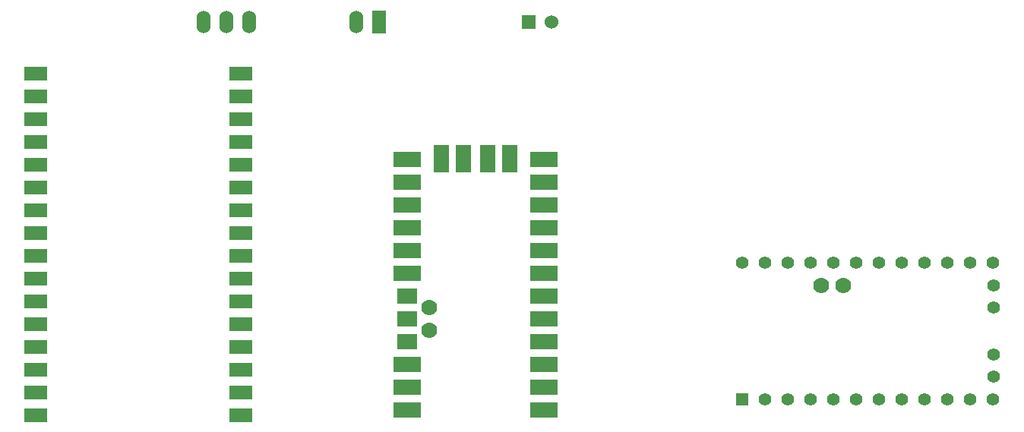
<source format=gbs>
G04 (created by PCBNEW (2013-07-07 BZR 4022)-stable) date 16/12/2014 09:46:14*
%MOIN*%
G04 Gerber Fmt 3.4, Leading zero omitted, Abs format*
%FSLAX34Y34*%
G01*
G70*
G90*
G04 APERTURE LIST*
%ADD10C,0.00590551*%
%ADD11R,0.12X0.067*%
%ADD12R,0.067X0.12*%
%ADD13R,0.09X0.067*%
%ADD14C,0.07*%
%ADD15O,0.06X0.1*%
%ADD16R,0.1X0.0590551*%
%ADD17R,0.06X0.1*%
%ADD18R,0.06X0.06*%
%ADD19C,0.06*%
%ADD20R,0.055X0.055*%
%ADD21C,0.055*%
G04 APERTURE END LIST*
G54D10*
G54D11*
X46897Y-38488D03*
X46897Y-37488D03*
X46897Y-36488D03*
X46897Y-35488D03*
X46897Y-34488D03*
X46897Y-33488D03*
X46897Y-32488D03*
X46897Y-31488D03*
X46897Y-30488D03*
X46897Y-29488D03*
X46897Y-28488D03*
X46897Y-27488D03*
G54D12*
X45405Y-27460D03*
X44421Y-27460D03*
X43374Y-27460D03*
X42389Y-27460D03*
G54D11*
X40897Y-27488D03*
X40897Y-28488D03*
X40897Y-29488D03*
X40897Y-30488D03*
X40897Y-31488D03*
X40897Y-32488D03*
G54D13*
X40897Y-33488D03*
X40897Y-34488D03*
X40897Y-35488D03*
G54D11*
X40897Y-36488D03*
X40897Y-37488D03*
X40897Y-38488D03*
G54D14*
X41877Y-35008D03*
X41877Y-34008D03*
G54D15*
X33972Y-21456D03*
X32972Y-21456D03*
X31972Y-21456D03*
G54D16*
X24606Y-23720D03*
X24606Y-24720D03*
X24606Y-25720D03*
X24606Y-26720D03*
X24606Y-27720D03*
X24606Y-28720D03*
X24606Y-29720D03*
X24606Y-30720D03*
X24606Y-31720D03*
X24606Y-32720D03*
X24606Y-33720D03*
X24606Y-34720D03*
X24606Y-35720D03*
X24606Y-36720D03*
X24606Y-37720D03*
X24606Y-38720D03*
X33606Y-38720D03*
X33606Y-37720D03*
X33606Y-36720D03*
X33606Y-35720D03*
X33606Y-34720D03*
X33606Y-33720D03*
X33606Y-32720D03*
X33606Y-31720D03*
X33606Y-30720D03*
X33606Y-29720D03*
X33606Y-28720D03*
X33606Y-27720D03*
X33606Y-26720D03*
X33606Y-25720D03*
X33606Y-24720D03*
X33606Y-23720D03*
G54D17*
X39673Y-21456D03*
G54D15*
X38673Y-21456D03*
G54D18*
X46251Y-21456D03*
G54D19*
X47251Y-21456D03*
G54D20*
X55600Y-38040D03*
G54D21*
X56600Y-38040D03*
X57600Y-38040D03*
X58600Y-38040D03*
X59600Y-38040D03*
X60600Y-38040D03*
X61600Y-38040D03*
X62600Y-38040D03*
X63600Y-38040D03*
X64600Y-38040D03*
X65600Y-38040D03*
X66600Y-38040D03*
X66627Y-37047D03*
X66627Y-36063D03*
X66627Y-34016D03*
X66627Y-33032D03*
X66600Y-32040D03*
X65600Y-32040D03*
X64600Y-32040D03*
X63600Y-32040D03*
X62600Y-32040D03*
X61600Y-32040D03*
X60600Y-32040D03*
X59600Y-32040D03*
X58600Y-32040D03*
X57600Y-32040D03*
X56600Y-32040D03*
X55600Y-32040D03*
G54D14*
X59068Y-33032D03*
X60052Y-33032D03*
M02*

</source>
